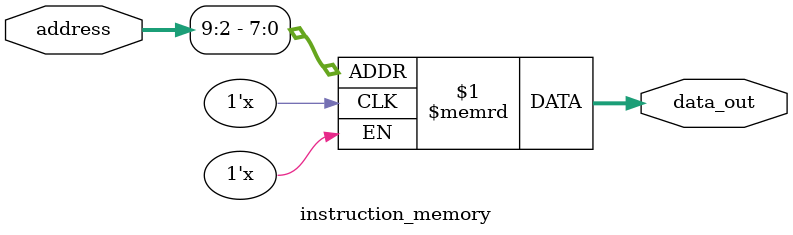
<source format=v>
module instruction_memory(address, data_out);

parameter words = 256;    // default number of words
parameter logwords = 9;   // default max address bit (log2(words)+1)
parameter size = 32;      // default number of bits per instruction word
parameter addr_size = 64; // default address size
input  [addr_size-1:0] address;
output [size-1:0] data_out;
reg    [size-1:0] memory [0:words];
wire   [size-1:0] data_out;


assign data_out = memory[address[logwords:2]];

endmodule




</source>
